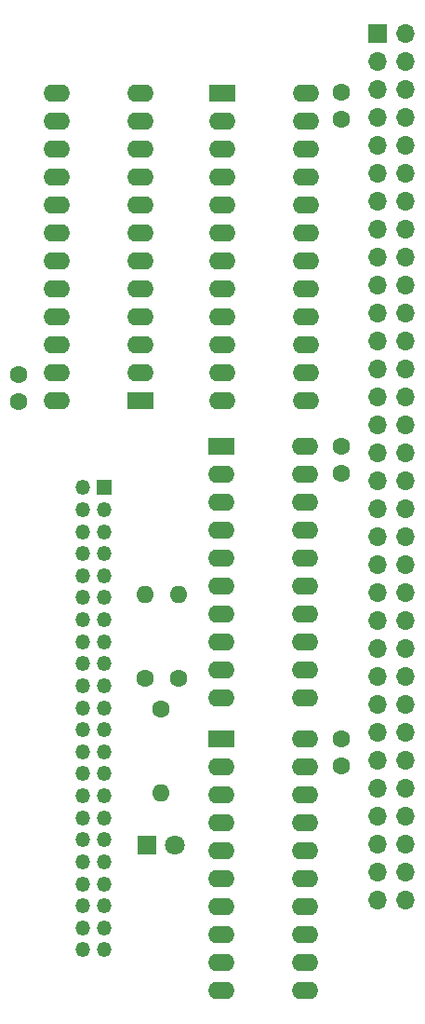
<source format=gts>
G04 #@! TF.GenerationSoftware,KiCad,Pcbnew,8.0.7*
G04 #@! TF.CreationDate,2025-01-16T17:26:47-05:00*
G04 #@! TF.ProjectId,simple_ide,73696d70-6c65-45f6-9964-652e6b696361,rev?*
G04 #@! TF.SameCoordinates,Original*
G04 #@! TF.FileFunction,Soldermask,Top*
G04 #@! TF.FilePolarity,Negative*
%FSLAX46Y46*%
G04 Gerber Fmt 4.6, Leading zero omitted, Abs format (unit mm)*
G04 Created by KiCad (PCBNEW 8.0.7) date 2025-01-16 17:26:47*
%MOMM*%
%LPD*%
G01*
G04 APERTURE LIST*
%ADD10O,2.400000X1.600000*%
%ADD11R,2.400000X1.600000*%
%ADD12C,1.600000*%
%ADD13O,1.600000X1.600000*%
%ADD14R,1.800000X1.800000*%
%ADD15C,1.800000*%
%ADD16R,1.350000X1.350000*%
%ADD17O,1.350000X1.350000*%
%ADD18R,1.700000X1.700000*%
%ADD19O,1.700000X1.700000*%
G04 APERTURE END LIST*
D10*
G04 #@! TO.C,IC2*
X149480000Y-79000000D03*
X149480000Y-76460000D03*
X149480000Y-73920000D03*
X149480000Y-71380000D03*
X149480000Y-68840000D03*
X149480000Y-66300000D03*
X149480000Y-63760000D03*
X149480000Y-61220000D03*
X149480000Y-58680000D03*
X149480000Y-56140000D03*
X149480000Y-53600000D03*
X149480000Y-51060000D03*
X157100000Y-51060000D03*
X157100000Y-53600000D03*
X157100000Y-56140000D03*
X157100000Y-58680000D03*
X157100000Y-61220000D03*
X157100000Y-63760000D03*
X157100000Y-66300000D03*
X157100000Y-68840000D03*
X157100000Y-71380000D03*
X157100000Y-73920000D03*
X157100000Y-76460000D03*
D11*
X157100000Y-79000000D03*
G04 #@! TD*
D12*
G04 #@! TO.C,C4*
X175350000Y-53450000D03*
X175350000Y-50950000D03*
G04 #@! TD*
G04 #@! TO.C,R2*
X157500000Y-104210000D03*
D13*
X157500000Y-96590000D03*
G04 #@! TD*
D14*
G04 #@! TO.C,D2*
X157625000Y-119400000D03*
D15*
X160165000Y-119400000D03*
G04 #@! TD*
D12*
G04 #@! TO.C,C3*
X146000000Y-76600000D03*
X146000000Y-79100000D03*
G04 #@! TD*
G04 #@! TO.C,R3*
X160500000Y-104210000D03*
D13*
X160500000Y-96590000D03*
G04 #@! TD*
D12*
G04 #@! TO.C,C2*
X175350000Y-83135000D03*
X175350000Y-85635000D03*
G04 #@! TD*
D11*
G04 #@! TO.C,IC4*
X164430000Y-109760000D03*
D10*
X164430000Y-112300000D03*
X164430000Y-114840000D03*
X164430000Y-117380000D03*
X164430000Y-119920000D03*
X164430000Y-122460000D03*
X164430000Y-125000000D03*
X164430000Y-127540000D03*
X164430000Y-130080000D03*
X164430000Y-132620000D03*
X172050000Y-132620000D03*
X172050000Y-130080000D03*
X172050000Y-127540000D03*
X172050000Y-125000000D03*
X172050000Y-122460000D03*
X172050000Y-119920000D03*
X172050000Y-117380000D03*
X172050000Y-114840000D03*
X172050000Y-112300000D03*
X172050000Y-109760000D03*
G04 #@! TD*
G04 #@! TO.C,IC1*
X172150000Y-51050000D03*
X172150000Y-53590000D03*
X172150000Y-56130000D03*
X172150000Y-58670000D03*
X172150000Y-61210000D03*
X172150000Y-63750000D03*
X172150000Y-66290000D03*
X172150000Y-68830000D03*
X172150000Y-71370000D03*
X172150000Y-73910000D03*
X172150000Y-76450000D03*
X172150000Y-78990000D03*
X164530000Y-78990000D03*
X164530000Y-76450000D03*
X164530000Y-73910000D03*
X164530000Y-71370000D03*
X164530000Y-68830000D03*
X164530000Y-66290000D03*
X164530000Y-63750000D03*
X164530000Y-61210000D03*
X164530000Y-58670000D03*
X164530000Y-56130000D03*
X164530000Y-53590000D03*
D11*
X164530000Y-51050000D03*
G04 #@! TD*
D16*
G04 #@! TO.C,J2*
X153800000Y-86900000D03*
D17*
X151800000Y-86900000D03*
X153800000Y-88900000D03*
X151800000Y-88900000D03*
X153800000Y-90900000D03*
X151800000Y-90900000D03*
X153800000Y-92900000D03*
X151800000Y-92900000D03*
X153800000Y-94900000D03*
X151800000Y-94900000D03*
X153800000Y-96900000D03*
X151800000Y-96900000D03*
X153800000Y-98900000D03*
X151800000Y-98900000D03*
X153800000Y-100900000D03*
X151800000Y-100900000D03*
X153800000Y-102900000D03*
X151800000Y-102900000D03*
X153800000Y-104900000D03*
X151800000Y-104900000D03*
X153800000Y-106900000D03*
X151800000Y-106900000D03*
X153800000Y-108900000D03*
X151800000Y-108900000D03*
X153800000Y-110900000D03*
X151800000Y-110900000D03*
X153800000Y-112900000D03*
X151800000Y-112900000D03*
X153800000Y-114900000D03*
X151800000Y-114900000D03*
X153800000Y-116900000D03*
X151800000Y-116900000D03*
X153800000Y-118900000D03*
X151800000Y-118900000D03*
X153800000Y-120900000D03*
X151800000Y-120900000D03*
X153800000Y-122900000D03*
X151800000Y-122900000D03*
X153800000Y-124900000D03*
X151800000Y-124900000D03*
X153800000Y-126900000D03*
X151800000Y-126900000D03*
X153800000Y-128900000D03*
X151800000Y-128900000D03*
G04 #@! TD*
D10*
G04 #@! TO.C,IC3*
X172050000Y-83185000D03*
X172050000Y-85725000D03*
X172050000Y-88265000D03*
X172050000Y-90805000D03*
X172050000Y-93345000D03*
X172050000Y-95885000D03*
X172050000Y-98425000D03*
X172050000Y-100965000D03*
X172050000Y-103505000D03*
X172050000Y-106045000D03*
X164430000Y-106045000D03*
X164430000Y-103505000D03*
X164430000Y-100965000D03*
X164430000Y-98425000D03*
X164430000Y-95885000D03*
X164430000Y-93345000D03*
X164430000Y-90805000D03*
X164430000Y-88265000D03*
X164430000Y-85725000D03*
D11*
X164430000Y-83185000D03*
G04 #@! TD*
D18*
G04 #@! TO.C,BUS1*
X178662000Y-45600300D03*
D19*
X181202000Y-45600300D03*
X178662000Y-48140300D03*
X181202000Y-48140300D03*
X178662000Y-50680300D03*
X181202000Y-50680300D03*
X178662000Y-53220300D03*
X181202000Y-53220300D03*
X178662000Y-55760300D03*
X181202000Y-55760300D03*
X178662000Y-58300300D03*
X181202000Y-58300300D03*
X178662000Y-60840300D03*
X181202000Y-60840300D03*
X178662000Y-63380300D03*
X181202000Y-63380300D03*
X178662000Y-65920300D03*
X181202000Y-65920300D03*
X178662000Y-68460300D03*
X181202000Y-68460300D03*
X178662000Y-71000300D03*
X181202000Y-71000300D03*
X178662000Y-73540300D03*
X181202000Y-73540300D03*
X178662000Y-76080300D03*
X181202000Y-76080300D03*
X178662000Y-78620300D03*
X181202000Y-78620300D03*
X178662000Y-81160300D03*
X181202000Y-81160300D03*
X178662000Y-83700300D03*
X181202000Y-83700300D03*
X178662000Y-86240300D03*
X181202000Y-86240300D03*
X178662000Y-88780300D03*
X181202000Y-88780300D03*
X178662000Y-91320300D03*
X181202000Y-91320300D03*
X178662000Y-93860300D03*
X181202000Y-93860300D03*
X178662000Y-96400300D03*
X181202000Y-96400300D03*
X178662000Y-98940300D03*
X181202000Y-98940300D03*
X178662000Y-101480300D03*
X181202000Y-101480300D03*
X178662000Y-104020300D03*
X181202000Y-104020300D03*
X178662000Y-106560300D03*
X181202000Y-106560300D03*
X178662000Y-109100300D03*
X181202000Y-109100300D03*
X178662000Y-111640300D03*
X181202000Y-111640300D03*
X178662000Y-114180300D03*
X181202000Y-114180300D03*
X178662000Y-116720300D03*
X181202000Y-116720300D03*
X178662000Y-119260300D03*
X181202000Y-119260300D03*
X178662000Y-121800300D03*
X181202000Y-121800300D03*
X178662000Y-124340300D03*
X181202000Y-124340300D03*
G04 #@! TD*
D12*
G04 #@! TO.C,C1*
X175350000Y-109710000D03*
X175350000Y-112210000D03*
G04 #@! TD*
G04 #@! TO.C,R1*
X158900000Y-107000000D03*
D13*
X158900000Y-114620000D03*
G04 #@! TD*
M02*

</source>
